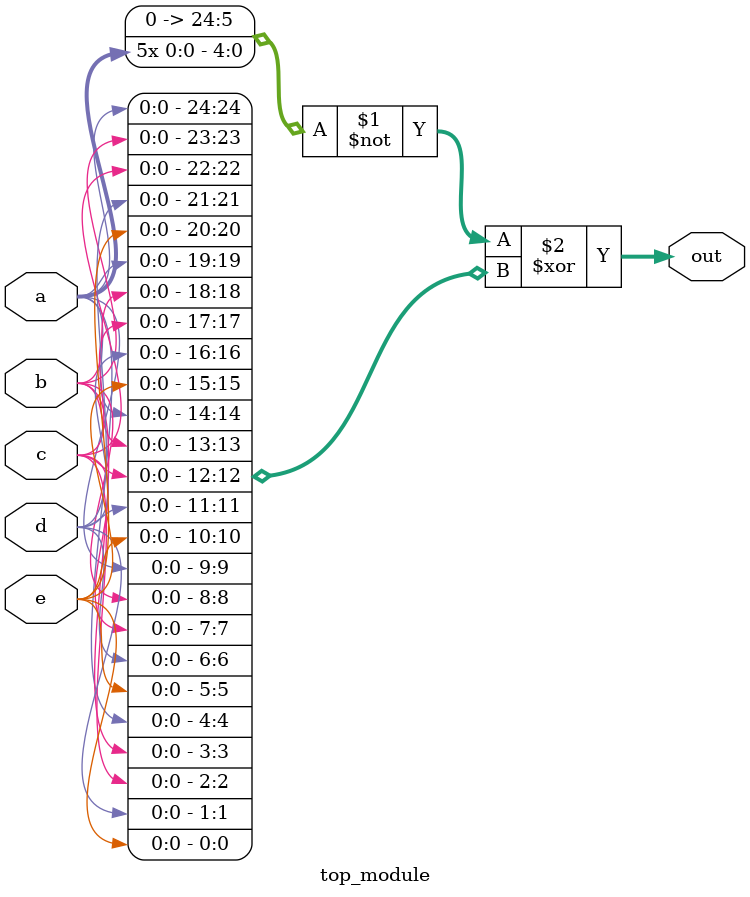
<source format=sv>
module top_module (
    input a,
    input b,
    input c,
    input d,
    input e,
    output [24:0] out
);

    assign out = ~{5{a}} ^ {5{a, b, c, d, e}};

endmodule

</source>
